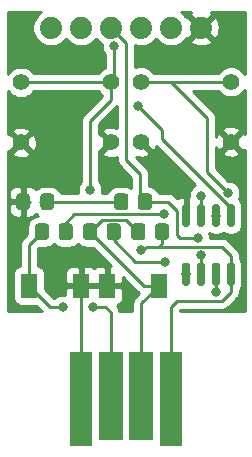
<source format=gbr>
%TF.GenerationSoftware,KiCad,Pcbnew,(5.1.9)-1*%
%TF.CreationDate,2021-04-24T16:12:05+02:00*%
%TF.ProjectId,PwdToken,50776454-6f6b-4656-9e2e-6b696361645f,rev?*%
%TF.SameCoordinates,Original*%
%TF.FileFunction,Copper,L1,Top*%
%TF.FilePolarity,Positive*%
%FSLAX46Y46*%
G04 Gerber Fmt 4.6, Leading zero omitted, Abs format (unit mm)*
G04 Created by KiCad (PCBNEW (5.1.9)-1) date 2021-04-24 16:12:05*
%MOMM*%
%LPD*%
G01*
G04 APERTURE LIST*
%TA.AperFunction,ComponentPad*%
%ADD10C,1.397000*%
%TD*%
%TA.AperFunction,SMDPad,CuDef*%
%ADD11R,1.400000X2.100000*%
%TD*%
%TA.AperFunction,ComponentPad*%
%ADD12C,1.879600*%
%TD*%
%TA.AperFunction,ConnectorPad*%
%ADD13R,2.000000X7.500000*%
%TD*%
%TA.AperFunction,ConnectorPad*%
%ADD14R,1.900000X8.000000*%
%TD*%
%TA.AperFunction,ViaPad*%
%ADD15C,0.800000*%
%TD*%
%TA.AperFunction,Conductor*%
%ADD16C,0.250000*%
%TD*%
%TA.AperFunction,Conductor*%
%ADD17C,0.254000*%
%TD*%
%TA.AperFunction,Conductor*%
%ADD18C,0.100000*%
%TD*%
G04 APERTURE END LIST*
D10*
%TO.P,SW1,2*%
%TO.N,GND*%
X83820000Y-50860001D03*
%TO.P,SW1,1*%
%TO.N,Net-(J2-Pad4)*%
X83820000Y-45780001D03*
%TO.P,SW1,2*%
%TO.N,GND*%
X91440000Y-50860001D03*
%TO.P,SW1,1*%
%TO.N,Net-(J2-Pad4)*%
X91440000Y-45780001D03*
%TD*%
D11*
%TO.P,D2,2*%
%TO.N,GND*%
X88900000Y-62992000D03*
%TO.P,D2,1*%
%TO.N,Net-(D2-Pad1)*%
X84500000Y-62992000D03*
%TD*%
%TO.P,U1,8*%
%TO.N,VCC*%
%TA.AperFunction,SMDPad,CuDef*%
G36*
G01*
X101450000Y-61030000D02*
X101750000Y-61030000D01*
G75*
G02*
X101900000Y-61180000I0J-150000D01*
G01*
X101900000Y-62830000D01*
G75*
G02*
X101750000Y-62980000I-150000J0D01*
G01*
X101450000Y-62980000D01*
G75*
G02*
X101300000Y-62830000I0J150000D01*
G01*
X101300000Y-61180000D01*
G75*
G02*
X101450000Y-61030000I150000J0D01*
G01*
G37*
%TD.AperFunction*%
%TO.P,U1,7*%
%TO.N,Net-(J2-Pad4)*%
%TA.AperFunction,SMDPad,CuDef*%
G36*
G01*
X100180000Y-61030000D02*
X100480000Y-61030000D01*
G75*
G02*
X100630000Y-61180000I0J-150000D01*
G01*
X100630000Y-62830000D01*
G75*
G02*
X100480000Y-62980000I-150000J0D01*
G01*
X100180000Y-62980000D01*
G75*
G02*
X100030000Y-62830000I0J150000D01*
G01*
X100030000Y-61180000D01*
G75*
G02*
X100180000Y-61030000I150000J0D01*
G01*
G37*
%TD.AperFunction*%
%TO.P,U1,6*%
%TO.N,Net-(J2-Pad3)*%
%TA.AperFunction,SMDPad,CuDef*%
G36*
G01*
X98910000Y-61030000D02*
X99210000Y-61030000D01*
G75*
G02*
X99360000Y-61180000I0J-150000D01*
G01*
X99360000Y-62830000D01*
G75*
G02*
X99210000Y-62980000I-150000J0D01*
G01*
X98910000Y-62980000D01*
G75*
G02*
X98760000Y-62830000I0J150000D01*
G01*
X98760000Y-61180000D01*
G75*
G02*
X98910000Y-61030000I150000J0D01*
G01*
G37*
%TD.AperFunction*%
%TO.P,U1,5*%
%TO.N,Net-(J2-Pad2)*%
%TA.AperFunction,SMDPad,CuDef*%
G36*
G01*
X97640000Y-61030000D02*
X97940000Y-61030000D01*
G75*
G02*
X98090000Y-61180000I0J-150000D01*
G01*
X98090000Y-62830000D01*
G75*
G02*
X97940000Y-62980000I-150000J0D01*
G01*
X97640000Y-62980000D01*
G75*
G02*
X97490000Y-62830000I0J150000D01*
G01*
X97490000Y-61180000D01*
G75*
G02*
X97640000Y-61030000I150000J0D01*
G01*
G37*
%TD.AperFunction*%
%TO.P,U1,4*%
%TO.N,GND*%
%TA.AperFunction,SMDPad,CuDef*%
G36*
G01*
X97640000Y-56080000D02*
X97940000Y-56080000D01*
G75*
G02*
X98090000Y-56230000I0J-150000D01*
G01*
X98090000Y-57880000D01*
G75*
G02*
X97940000Y-58030000I-150000J0D01*
G01*
X97640000Y-58030000D01*
G75*
G02*
X97490000Y-57880000I0J150000D01*
G01*
X97490000Y-56230000D01*
G75*
G02*
X97640000Y-56080000I150000J0D01*
G01*
G37*
%TD.AperFunction*%
%TO.P,U1,3*%
%TO.N,Net-(R3-Pad1)*%
%TA.AperFunction,SMDPad,CuDef*%
G36*
G01*
X98910000Y-56080000D02*
X99210000Y-56080000D01*
G75*
G02*
X99360000Y-56230000I0J-150000D01*
G01*
X99360000Y-57880000D01*
G75*
G02*
X99210000Y-58030000I-150000J0D01*
G01*
X98910000Y-58030000D01*
G75*
G02*
X98760000Y-57880000I0J150000D01*
G01*
X98760000Y-56230000D01*
G75*
G02*
X98910000Y-56080000I150000J0D01*
G01*
G37*
%TD.AperFunction*%
%TO.P,U1,2*%
%TO.N,Net-(R2-Pad1)*%
%TA.AperFunction,SMDPad,CuDef*%
G36*
G01*
X100180000Y-56080000D02*
X100480000Y-56080000D01*
G75*
G02*
X100630000Y-56230000I0J-150000D01*
G01*
X100630000Y-57880000D01*
G75*
G02*
X100480000Y-58030000I-150000J0D01*
G01*
X100180000Y-58030000D01*
G75*
G02*
X100030000Y-57880000I0J150000D01*
G01*
X100030000Y-56230000D01*
G75*
G02*
X100180000Y-56080000I150000J0D01*
G01*
G37*
%TD.AperFunction*%
%TO.P,U1,1*%
%TO.N,Net-(J2-Pad1)*%
%TA.AperFunction,SMDPad,CuDef*%
G36*
G01*
X101450000Y-56080000D02*
X101750000Y-56080000D01*
G75*
G02*
X101900000Y-56230000I0J-150000D01*
G01*
X101900000Y-57880000D01*
G75*
G02*
X101750000Y-58030000I-150000J0D01*
G01*
X101450000Y-58030000D01*
G75*
G02*
X101300000Y-57880000I0J150000D01*
G01*
X101300000Y-56230000D01*
G75*
G02*
X101450000Y-56080000I150000J0D01*
G01*
G37*
%TD.AperFunction*%
%TD*%
%TO.P,R3,2*%
%TO.N,Net-(D2-Pad1)*%
%TA.AperFunction,SMDPad,CuDef*%
G36*
G01*
X86198000Y-57969999D02*
X86198000Y-58870001D01*
G75*
G02*
X85948001Y-59120000I-249999J0D01*
G01*
X85247999Y-59120000D01*
G75*
G02*
X84998000Y-58870001I0J249999D01*
G01*
X84998000Y-57969999D01*
G75*
G02*
X85247999Y-57720000I249999J0D01*
G01*
X85948001Y-57720000D01*
G75*
G02*
X86198000Y-57969999I0J-249999D01*
G01*
G37*
%TD.AperFunction*%
%TO.P,R3,1*%
%TO.N,Net-(R3-Pad1)*%
%TA.AperFunction,SMDPad,CuDef*%
G36*
G01*
X88198000Y-57969999D02*
X88198000Y-58870001D01*
G75*
G02*
X87948001Y-59120000I-249999J0D01*
G01*
X87247999Y-59120000D01*
G75*
G02*
X86998000Y-58870001I0J249999D01*
G01*
X86998000Y-57969999D01*
G75*
G02*
X87247999Y-57720000I249999J0D01*
G01*
X87948001Y-57720000D01*
G75*
G02*
X88198000Y-57969999I0J-249999D01*
G01*
G37*
%TD.AperFunction*%
%TD*%
%TO.P,R4,2*%
%TO.N,Net-(D3-Pad1)*%
%TA.AperFunction,SMDPad,CuDef*%
G36*
G01*
X94358000Y-57969999D02*
X94358000Y-58870001D01*
G75*
G02*
X94108001Y-59120000I-249999J0D01*
G01*
X93407999Y-59120000D01*
G75*
G02*
X93158000Y-58870001I0J249999D01*
G01*
X93158000Y-57969999D01*
G75*
G02*
X93407999Y-57720000I249999J0D01*
G01*
X94108001Y-57720000D01*
G75*
G02*
X94358000Y-57969999I0J-249999D01*
G01*
G37*
%TD.AperFunction*%
%TO.P,R4,1*%
%TO.N,VCC*%
%TA.AperFunction,SMDPad,CuDef*%
G36*
G01*
X96358000Y-57969999D02*
X96358000Y-58870001D01*
G75*
G02*
X96108001Y-59120000I-249999J0D01*
G01*
X95407999Y-59120000D01*
G75*
G02*
X95158000Y-58870001I0J249999D01*
G01*
X95158000Y-57969999D01*
G75*
G02*
X95407999Y-57720000I249999J0D01*
G01*
X96108001Y-57720000D01*
G75*
G02*
X96358000Y-57969999I0J-249999D01*
G01*
G37*
%TD.AperFunction*%
%TD*%
%TO.P,R2,2*%
%TO.N,Net-(D3-Pad1)*%
%TA.AperFunction,SMDPad,CuDef*%
G36*
G01*
X90262000Y-57969999D02*
X90262000Y-58870001D01*
G75*
G02*
X90012001Y-59120000I-249999J0D01*
G01*
X89311999Y-59120000D01*
G75*
G02*
X89062000Y-58870001I0J249999D01*
G01*
X89062000Y-57969999D01*
G75*
G02*
X89311999Y-57720000I249999J0D01*
G01*
X90012001Y-57720000D01*
G75*
G02*
X90262000Y-57969999I0J-249999D01*
G01*
G37*
%TD.AperFunction*%
%TO.P,R2,1*%
%TO.N,Net-(R2-Pad1)*%
%TA.AperFunction,SMDPad,CuDef*%
G36*
G01*
X92262000Y-57969999D02*
X92262000Y-58870001D01*
G75*
G02*
X92012001Y-59120000I-249999J0D01*
G01*
X91311999Y-59120000D01*
G75*
G02*
X91062000Y-58870001I0J249999D01*
G01*
X91062000Y-57969999D01*
G75*
G02*
X91311999Y-57720000I249999J0D01*
G01*
X92012001Y-57720000D01*
G75*
G02*
X92262000Y-57969999I0J-249999D01*
G01*
G37*
%TD.AperFunction*%
%TD*%
%TO.P,R1,2*%
%TO.N,Net-(J2-Pad3)*%
%TA.AperFunction,SMDPad,CuDef*%
G36*
G01*
X93707500Y-56330001D02*
X93707500Y-55429999D01*
G75*
G02*
X93957499Y-55180000I249999J0D01*
G01*
X94657501Y-55180000D01*
G75*
G02*
X94907500Y-55429999I0J-249999D01*
G01*
X94907500Y-56330001D01*
G75*
G02*
X94657501Y-56580000I-249999J0D01*
G01*
X93957499Y-56580000D01*
G75*
G02*
X93707500Y-56330001I0J249999D01*
G01*
G37*
%TD.AperFunction*%
%TO.P,R1,1*%
%TO.N,Net-(D1-Pad2)*%
%TA.AperFunction,SMDPad,CuDef*%
G36*
G01*
X91707500Y-56330001D02*
X91707500Y-55429999D01*
G75*
G02*
X91957499Y-55180000I249999J0D01*
G01*
X92657501Y-55180000D01*
G75*
G02*
X92907500Y-55429999I0J-249999D01*
G01*
X92907500Y-56330001D01*
G75*
G02*
X92657501Y-56580000I-249999J0D01*
G01*
X91957499Y-56580000D01*
G75*
G02*
X91707500Y-56330001I0J249999D01*
G01*
G37*
%TD.AperFunction*%
%TD*%
%TO.P,D3,2*%
%TO.N,GND*%
X91104000Y-62992000D03*
%TO.P,D3,1*%
%TO.N,Net-(D3-Pad1)*%
X95504000Y-62992000D03*
%TD*%
%TO.P,D1,2*%
%TO.N,Net-(D1-Pad2)*%
%TA.AperFunction,SMDPad,CuDef*%
G36*
G01*
X85464500Y-56330001D02*
X85464500Y-55429999D01*
G75*
G02*
X85714499Y-55180000I249999J0D01*
G01*
X86364501Y-55180000D01*
G75*
G02*
X86614500Y-55429999I0J-249999D01*
G01*
X86614500Y-56330001D01*
G75*
G02*
X86364501Y-56580000I-249999J0D01*
G01*
X85714499Y-56580000D01*
G75*
G02*
X85464500Y-56330001I0J249999D01*
G01*
G37*
%TD.AperFunction*%
%TO.P,D1,1*%
%TO.N,GND*%
%TA.AperFunction,SMDPad,CuDef*%
G36*
G01*
X83414500Y-56330001D02*
X83414500Y-55429999D01*
G75*
G02*
X83664499Y-55180000I249999J0D01*
G01*
X84314501Y-55180000D01*
G75*
G02*
X84564500Y-55429999I0J-249999D01*
G01*
X84564500Y-56330001D01*
G75*
G02*
X84314501Y-56580000I-249999J0D01*
G01*
X83664499Y-56580000D01*
G75*
G02*
X83414500Y-56330001I0J249999D01*
G01*
G37*
%TD.AperFunction*%
%TD*%
D12*
%TO.P,J2,6*%
%TO.N,GND*%
X99060000Y-41148000D03*
%TO.P,J2,5*%
%TO.N,VCC*%
X96520000Y-41148000D03*
%TO.P,J2,4*%
%TO.N,Net-(J2-Pad4)*%
X93980000Y-41148000D03*
%TO.P,J2,3*%
%TO.N,Net-(J2-Pad3)*%
X91440000Y-41148000D03*
%TO.P,J2,2*%
%TO.N,Net-(J2-Pad2)*%
X88900000Y-41148000D03*
%TO.P,J2,1*%
%TO.N,Net-(J2-Pad1)*%
X86360000Y-41148000D03*
%TD*%
D10*
%TO.P,SW2,2*%
%TO.N,GND*%
X93980000Y-50800000D03*
%TO.P,SW2,1*%
%TO.N,Net-(J2-Pad2)*%
X93980000Y-45720000D03*
%TO.P,SW2,2*%
%TO.N,GND*%
X101600000Y-50800000D03*
%TO.P,SW2,1*%
%TO.N,Net-(J2-Pad2)*%
X101600000Y-45720000D03*
%TD*%
D13*
%TO.P,J1,2*%
%TO.N,Net-(D3-Pad1)*%
X94010000Y-72320000D03*
%TO.P,J1,3*%
%TO.N,Net-(D2-Pad1)*%
X91410000Y-72320000D03*
D14*
%TO.P,J1,4*%
%TO.N,GND*%
X88900000Y-72570000D03*
%TO.P,J1,1*%
%TO.N,VCC*%
X96520000Y-72570000D03*
%TD*%
D15*
%TO.N,GND*%
X84328000Y-53604010D03*
X86614000Y-60706000D03*
X88646000Y-46990000D03*
X87884000Y-44196000D03*
%TO.N,Net-(D2-Pad1)*%
X89916000Y-64770000D03*
X87376000Y-64770000D03*
%TO.N,VCC*%
X93980000Y-59944000D03*
%TO.N,Net-(R2-Pad1)*%
X96012000Y-60960000D03*
X100330000Y-57055000D03*
%TO.N,Net-(R3-Pad1)*%
X95963020Y-56944980D03*
X99060000Y-55372000D03*
%TO.N,Net-(J2-Pad4)*%
X91694000Y-42709000D03*
X89662000Y-54864000D03*
X100325347Y-63537000D03*
%TO.N,Net-(J2-Pad3)*%
X98806000Y-58965000D03*
X99060000Y-60415000D03*
%TO.N,Net-(J2-Pad2)*%
X101346000Y-55118000D03*
X97790000Y-62005000D03*
%TO.N,Net-(J2-Pad1)*%
X93726000Y-47752000D03*
%TD*%
D16*
%TO.N,GND*%
X84607000Y-55880000D02*
X84582000Y-55880000D01*
X84607000Y-55880000D02*
X84053980Y-55880000D01*
X84053980Y-55880000D02*
X83809990Y-55636010D01*
X88900000Y-72570000D02*
X88900000Y-62992000D01*
%TO.N,Net-(D1-Pad2)*%
X85422000Y-55880000D02*
X92710000Y-55880000D01*
%TO.N,Net-(D2-Pad1)*%
X91410000Y-65756000D02*
X91410000Y-72320000D01*
X91410000Y-65756000D02*
X91410000Y-65248000D01*
X91410000Y-65248000D02*
X90932000Y-64770000D01*
X90932000Y-64770000D02*
X89916000Y-64770000D01*
X86278000Y-64770000D02*
X84500000Y-62992000D01*
X87376000Y-64770000D02*
X86278000Y-64770000D01*
X84500000Y-59518000D02*
X85598000Y-58420000D01*
X84500000Y-62992000D02*
X84500000Y-59518000D01*
%TO.N,Net-(D3-Pad1)*%
X94234000Y-62992000D02*
X95504000Y-62992000D01*
X89662000Y-58420000D02*
X94234000Y-62992000D01*
X94010000Y-64486000D02*
X95504000Y-62992000D01*
X94010000Y-72320000D02*
X94010000Y-64486000D01*
X90687010Y-57394990D02*
X89662000Y-58420000D01*
X92732990Y-57394990D02*
X90687010Y-57394990D01*
X93758000Y-58420000D02*
X92732990Y-57394990D01*
%TO.N,VCC*%
X94488000Y-59690000D02*
X93980000Y-59944000D01*
X101600000Y-60452000D02*
X100838000Y-59690000D01*
X101600000Y-62005000D02*
X101600000Y-60452000D01*
X95758000Y-59436000D02*
X95504000Y-59690000D01*
X95758000Y-58420000D02*
X95758000Y-59436000D01*
X95504000Y-59690000D02*
X94488000Y-59690000D01*
X100838000Y-59690000D02*
X95504000Y-59690000D01*
X101600000Y-62005000D02*
X101600000Y-63500000D01*
X101600000Y-63500000D02*
X100838000Y-64262000D01*
X100838000Y-64262000D02*
X97028000Y-64262000D01*
X97028000Y-64262000D02*
X96520000Y-64770000D01*
X96520000Y-64770000D02*
X96520000Y-67564000D01*
X96520000Y-67564000D02*
X96520000Y-72570000D01*
X96520000Y-67310000D02*
X96520000Y-67564000D01*
%TO.N,Net-(R2-Pad1)*%
X91662000Y-59120000D02*
X93502000Y-60960000D01*
X91662000Y-58420000D02*
X91662000Y-59120000D01*
X93502000Y-60960000D02*
X96012000Y-60960000D01*
%TO.N,Net-(R3-Pad1)*%
X87598000Y-58420000D02*
X87598000Y-57690000D01*
X88343020Y-56944980D02*
X95963020Y-56944980D01*
X87598000Y-57690000D02*
X88343020Y-56944980D01*
X99060000Y-55372000D02*
X99060000Y-57055000D01*
%TO.N,Net-(J2-Pad4)*%
X83820000Y-45780001D02*
X91440000Y-45780001D01*
%TO.N,Net-(J2-Pad2)*%
X93980000Y-45720000D02*
X101600000Y-45720000D01*
%TO.N,Net-(J2-Pad4)*%
X91694000Y-45526001D02*
X91440000Y-45780001D01*
X91694000Y-42709000D02*
X91694000Y-45526001D01*
X91440000Y-45780001D02*
X91440000Y-47244000D01*
X91440000Y-47244000D02*
X89662000Y-49022000D01*
X89662000Y-49022000D02*
X89662000Y-54864000D01*
X100325347Y-62009653D02*
X100330000Y-62005000D01*
X100325347Y-63537000D02*
X100325347Y-62009653D01*
%TO.N,Net-(J2-Pad3)*%
X93905000Y-55880000D02*
X94488000Y-55880000D01*
X92710000Y-42418000D02*
X91440000Y-41148000D01*
X92710000Y-52324000D02*
X92710000Y-42418000D01*
X93905000Y-53519000D02*
X92710000Y-52324000D01*
X93905000Y-55880000D02*
X93905000Y-53519000D01*
X94307500Y-55880000D02*
X96266000Y-55880000D01*
X96266000Y-55880000D02*
X96774000Y-56388000D01*
X96774000Y-56388000D02*
X97028000Y-56642000D01*
X97028000Y-56642000D02*
X97028000Y-58674000D01*
X97319000Y-58965000D02*
X98806000Y-58965000D01*
X97028000Y-58674000D02*
X97319000Y-58965000D01*
X99060000Y-60415000D02*
X99060000Y-62005000D01*
%TO.N,Net-(J2-Pad2)*%
X93980000Y-45720000D02*
X96520000Y-45720000D01*
X96520000Y-45720000D02*
X99568000Y-48768000D01*
X99568000Y-48768000D02*
X99568000Y-53340000D01*
X99568000Y-53340000D02*
X101346000Y-55118000D01*
%TO.N,Net-(J2-Pad1)*%
X101600000Y-56445002D02*
X95758000Y-50603002D01*
X101600000Y-57055000D02*
X101600000Y-56445002D01*
X95758000Y-50603002D02*
X95758000Y-49784000D01*
X95758000Y-49784000D02*
X93726000Y-47752000D01*
%TD*%
D17*
%TO.N,GND*%
X82784203Y-46630058D02*
X82969943Y-46815798D01*
X83188351Y-46961733D01*
X83431032Y-47062255D01*
X83688662Y-47113501D01*
X83951338Y-47113501D01*
X84208968Y-47062255D01*
X84451649Y-46961733D01*
X84670057Y-46815798D01*
X84855797Y-46630058D01*
X84915971Y-46540001D01*
X90344029Y-46540001D01*
X90404203Y-46630058D01*
X90589943Y-46815798D01*
X90680001Y-46875972D01*
X90680001Y-46929197D01*
X89151003Y-48458196D01*
X89121999Y-48481999D01*
X89066871Y-48549174D01*
X89027026Y-48597724D01*
X88956455Y-48729753D01*
X88956454Y-48729754D01*
X88912997Y-48873015D01*
X88902000Y-48984668D01*
X88902000Y-48984678D01*
X88898324Y-49022000D01*
X88902000Y-49059323D01*
X88902001Y-54160288D01*
X88858063Y-54204226D01*
X88744795Y-54373744D01*
X88666774Y-54562102D01*
X88627000Y-54762061D01*
X88627000Y-54965939D01*
X88657644Y-55120000D01*
X87194027Y-55120000D01*
X87184972Y-55090149D01*
X87102905Y-54936613D01*
X86992462Y-54802038D01*
X86857887Y-54691595D01*
X86704351Y-54609528D01*
X86537755Y-54558992D01*
X86364501Y-54541928D01*
X85714499Y-54541928D01*
X85541245Y-54558992D01*
X85374649Y-54609528D01*
X85221113Y-54691595D01*
X85086538Y-54802038D01*
X85081158Y-54808594D01*
X85015685Y-54728815D01*
X84918994Y-54649463D01*
X84808680Y-54590498D01*
X84688982Y-54554188D01*
X84564500Y-54541928D01*
X84275250Y-54545000D01*
X84116500Y-54703750D01*
X84116500Y-55753000D01*
X84136500Y-55753000D01*
X84136500Y-56007000D01*
X84116500Y-56007000D01*
X84116500Y-57056250D01*
X84275250Y-57215000D01*
X84564500Y-57218072D01*
X84688982Y-57205812D01*
X84808680Y-57169502D01*
X84918994Y-57110537D01*
X85015685Y-57031185D01*
X85081158Y-56951406D01*
X85086538Y-56957962D01*
X85221113Y-57068405D01*
X85246659Y-57082060D01*
X85074745Y-57098992D01*
X84908149Y-57149528D01*
X84754613Y-57231595D01*
X84620038Y-57342038D01*
X84509595Y-57476613D01*
X84427528Y-57630149D01*
X84376992Y-57796745D01*
X84359928Y-57969999D01*
X84359928Y-58583270D01*
X83988998Y-58954201D01*
X83960000Y-58977999D01*
X83936202Y-59006997D01*
X83936201Y-59006998D01*
X83865026Y-59093724D01*
X83794454Y-59225754D01*
X83769211Y-59308974D01*
X83750998Y-59369014D01*
X83744400Y-59436001D01*
X83736324Y-59518000D01*
X83740001Y-59555332D01*
X83740000Y-61309837D01*
X83675518Y-61316188D01*
X83555820Y-61352498D01*
X83445506Y-61411463D01*
X83348815Y-61490815D01*
X83269463Y-61587506D01*
X83210498Y-61697820D01*
X83174188Y-61817518D01*
X83161928Y-61942000D01*
X83161928Y-64042000D01*
X83174188Y-64166482D01*
X83210498Y-64286180D01*
X83269463Y-64396494D01*
X83348815Y-64493185D01*
X83445506Y-64572537D01*
X83555820Y-64631502D01*
X83675518Y-64667812D01*
X83800000Y-64680072D01*
X85113270Y-64680072D01*
X85584198Y-65151000D01*
X82677000Y-65151000D01*
X82677000Y-56580000D01*
X82776428Y-56580000D01*
X82788688Y-56704482D01*
X82824998Y-56824180D01*
X82883963Y-56934494D01*
X82963315Y-57031185D01*
X83060006Y-57110537D01*
X83170320Y-57169502D01*
X83290018Y-57205812D01*
X83414500Y-57218072D01*
X83703750Y-57215000D01*
X83862500Y-57056250D01*
X83862500Y-56007000D01*
X82938250Y-56007000D01*
X82779500Y-56165750D01*
X82776428Y-56580000D01*
X82677000Y-56580000D01*
X82677000Y-55180000D01*
X82776428Y-55180000D01*
X82779500Y-55594250D01*
X82938250Y-55753000D01*
X83862500Y-55753000D01*
X83862500Y-54703750D01*
X83703750Y-54545000D01*
X83414500Y-54541928D01*
X83290018Y-54554188D01*
X83170320Y-54590498D01*
X83060006Y-54649463D01*
X82963315Y-54728815D01*
X82883963Y-54825506D01*
X82824998Y-54935820D01*
X82788688Y-55055518D01*
X82776428Y-55180000D01*
X82677000Y-55180000D01*
X82677000Y-51780198D01*
X83079408Y-51780198D01*
X83138686Y-52013813D01*
X83376875Y-52124560D01*
X83632093Y-52186712D01*
X83894533Y-52197877D01*
X84154107Y-52157630D01*
X84400842Y-52067515D01*
X84501314Y-52013813D01*
X84560592Y-51780198D01*
X83820000Y-51039606D01*
X83079408Y-51780198D01*
X82677000Y-51780198D01*
X82677000Y-51544058D01*
X82899803Y-51600593D01*
X83640395Y-50860001D01*
X83999605Y-50860001D01*
X84740197Y-51600593D01*
X84973812Y-51541315D01*
X85084559Y-51303126D01*
X85146711Y-51047908D01*
X85157876Y-50785468D01*
X85117629Y-50525894D01*
X85027514Y-50279159D01*
X84973812Y-50178687D01*
X84740197Y-50119409D01*
X83999605Y-50860001D01*
X83640395Y-50860001D01*
X82899803Y-50119409D01*
X82677000Y-50175944D01*
X82677000Y-49939804D01*
X83079408Y-49939804D01*
X83820000Y-50680396D01*
X84560592Y-49939804D01*
X84501314Y-49706189D01*
X84263125Y-49595442D01*
X84007907Y-49533290D01*
X83745467Y-49522125D01*
X83485893Y-49562372D01*
X83239158Y-49652487D01*
X83138686Y-49706189D01*
X83079408Y-49939804D01*
X82677000Y-49939804D01*
X82677000Y-46469617D01*
X82784203Y-46630058D01*
%TA.AperFunction,Conductor*%
D18*
G36*
X82784203Y-46630058D02*
G01*
X82969943Y-46815798D01*
X83188351Y-46961733D01*
X83431032Y-47062255D01*
X83688662Y-47113501D01*
X83951338Y-47113501D01*
X84208968Y-47062255D01*
X84451649Y-46961733D01*
X84670057Y-46815798D01*
X84855797Y-46630058D01*
X84915971Y-46540001D01*
X90344029Y-46540001D01*
X90404203Y-46630058D01*
X90589943Y-46815798D01*
X90680001Y-46875972D01*
X90680001Y-46929197D01*
X89151003Y-48458196D01*
X89121999Y-48481999D01*
X89066871Y-48549174D01*
X89027026Y-48597724D01*
X88956455Y-48729753D01*
X88956454Y-48729754D01*
X88912997Y-48873015D01*
X88902000Y-48984668D01*
X88902000Y-48984678D01*
X88898324Y-49022000D01*
X88902000Y-49059323D01*
X88902001Y-54160288D01*
X88858063Y-54204226D01*
X88744795Y-54373744D01*
X88666774Y-54562102D01*
X88627000Y-54762061D01*
X88627000Y-54965939D01*
X88657644Y-55120000D01*
X87194027Y-55120000D01*
X87184972Y-55090149D01*
X87102905Y-54936613D01*
X86992462Y-54802038D01*
X86857887Y-54691595D01*
X86704351Y-54609528D01*
X86537755Y-54558992D01*
X86364501Y-54541928D01*
X85714499Y-54541928D01*
X85541245Y-54558992D01*
X85374649Y-54609528D01*
X85221113Y-54691595D01*
X85086538Y-54802038D01*
X85081158Y-54808594D01*
X85015685Y-54728815D01*
X84918994Y-54649463D01*
X84808680Y-54590498D01*
X84688982Y-54554188D01*
X84564500Y-54541928D01*
X84275250Y-54545000D01*
X84116500Y-54703750D01*
X84116500Y-55753000D01*
X84136500Y-55753000D01*
X84136500Y-56007000D01*
X84116500Y-56007000D01*
X84116500Y-57056250D01*
X84275250Y-57215000D01*
X84564500Y-57218072D01*
X84688982Y-57205812D01*
X84808680Y-57169502D01*
X84918994Y-57110537D01*
X85015685Y-57031185D01*
X85081158Y-56951406D01*
X85086538Y-56957962D01*
X85221113Y-57068405D01*
X85246659Y-57082060D01*
X85074745Y-57098992D01*
X84908149Y-57149528D01*
X84754613Y-57231595D01*
X84620038Y-57342038D01*
X84509595Y-57476613D01*
X84427528Y-57630149D01*
X84376992Y-57796745D01*
X84359928Y-57969999D01*
X84359928Y-58583270D01*
X83988998Y-58954201D01*
X83960000Y-58977999D01*
X83936202Y-59006997D01*
X83936201Y-59006998D01*
X83865026Y-59093724D01*
X83794454Y-59225754D01*
X83769211Y-59308974D01*
X83750998Y-59369014D01*
X83744400Y-59436001D01*
X83736324Y-59518000D01*
X83740001Y-59555332D01*
X83740000Y-61309837D01*
X83675518Y-61316188D01*
X83555820Y-61352498D01*
X83445506Y-61411463D01*
X83348815Y-61490815D01*
X83269463Y-61587506D01*
X83210498Y-61697820D01*
X83174188Y-61817518D01*
X83161928Y-61942000D01*
X83161928Y-64042000D01*
X83174188Y-64166482D01*
X83210498Y-64286180D01*
X83269463Y-64396494D01*
X83348815Y-64493185D01*
X83445506Y-64572537D01*
X83555820Y-64631502D01*
X83675518Y-64667812D01*
X83800000Y-64680072D01*
X85113270Y-64680072D01*
X85584198Y-65151000D01*
X82677000Y-65151000D01*
X82677000Y-56580000D01*
X82776428Y-56580000D01*
X82788688Y-56704482D01*
X82824998Y-56824180D01*
X82883963Y-56934494D01*
X82963315Y-57031185D01*
X83060006Y-57110537D01*
X83170320Y-57169502D01*
X83290018Y-57205812D01*
X83414500Y-57218072D01*
X83703750Y-57215000D01*
X83862500Y-57056250D01*
X83862500Y-56007000D01*
X82938250Y-56007000D01*
X82779500Y-56165750D01*
X82776428Y-56580000D01*
X82677000Y-56580000D01*
X82677000Y-55180000D01*
X82776428Y-55180000D01*
X82779500Y-55594250D01*
X82938250Y-55753000D01*
X83862500Y-55753000D01*
X83862500Y-54703750D01*
X83703750Y-54545000D01*
X83414500Y-54541928D01*
X83290018Y-54554188D01*
X83170320Y-54590498D01*
X83060006Y-54649463D01*
X82963315Y-54728815D01*
X82883963Y-54825506D01*
X82824998Y-54935820D01*
X82788688Y-55055518D01*
X82776428Y-55180000D01*
X82677000Y-55180000D01*
X82677000Y-51780198D01*
X83079408Y-51780198D01*
X83138686Y-52013813D01*
X83376875Y-52124560D01*
X83632093Y-52186712D01*
X83894533Y-52197877D01*
X84154107Y-52157630D01*
X84400842Y-52067515D01*
X84501314Y-52013813D01*
X84560592Y-51780198D01*
X83820000Y-51039606D01*
X83079408Y-51780198D01*
X82677000Y-51780198D01*
X82677000Y-51544058D01*
X82899803Y-51600593D01*
X83640395Y-50860001D01*
X83999605Y-50860001D01*
X84740197Y-51600593D01*
X84973812Y-51541315D01*
X85084559Y-51303126D01*
X85146711Y-51047908D01*
X85157876Y-50785468D01*
X85117629Y-50525894D01*
X85027514Y-50279159D01*
X84973812Y-50178687D01*
X84740197Y-50119409D01*
X83999605Y-50860001D01*
X83640395Y-50860001D01*
X82899803Y-50119409D01*
X82677000Y-50175944D01*
X82677000Y-49939804D01*
X83079408Y-49939804D01*
X83820000Y-50680396D01*
X84560592Y-49939804D01*
X84501314Y-49706189D01*
X84263125Y-49595442D01*
X84007907Y-49533290D01*
X83745467Y-49522125D01*
X83485893Y-49562372D01*
X83239158Y-49652487D01*
X83138686Y-49706189D01*
X83079408Y-49939804D01*
X82677000Y-49939804D01*
X82677000Y-46469617D01*
X82784203Y-46630058D01*
G37*
%TD.AperFunction*%
D17*
X102743000Y-50115943D02*
X102520197Y-50059408D01*
X101779605Y-50800000D01*
X102520197Y-51540592D01*
X102743000Y-51484057D01*
X102743000Y-65151000D01*
X97280000Y-65151000D01*
X97280000Y-65084801D01*
X97342802Y-65022000D01*
X100800678Y-65022000D01*
X100838000Y-65025676D01*
X100875322Y-65022000D01*
X100875333Y-65022000D01*
X100986986Y-65011003D01*
X101130247Y-64967546D01*
X101262276Y-64896974D01*
X101378001Y-64802001D01*
X101401803Y-64772998D01*
X102111002Y-64063799D01*
X102140001Y-64040001D01*
X102234974Y-63924276D01*
X102305546Y-63792247D01*
X102349003Y-63648986D01*
X102360000Y-63537333D01*
X102360000Y-63537325D01*
X102363676Y-63500000D01*
X102360000Y-63462675D01*
X102360000Y-63322976D01*
X102405258Y-63267829D01*
X102478084Y-63131582D01*
X102522929Y-62983745D01*
X102538072Y-62830000D01*
X102538072Y-61180000D01*
X102522929Y-61026255D01*
X102478084Y-60878418D01*
X102405258Y-60742171D01*
X102360000Y-60687024D01*
X102360000Y-60489325D01*
X102363676Y-60452000D01*
X102360000Y-60414675D01*
X102360000Y-60414667D01*
X102349003Y-60303014D01*
X102305546Y-60159753D01*
X102234974Y-60027724D01*
X102140001Y-59911999D01*
X102111002Y-59888201D01*
X101401803Y-59179002D01*
X101378001Y-59149999D01*
X101262276Y-59055026D01*
X101130247Y-58984454D01*
X100986986Y-58940997D01*
X100875333Y-58930000D01*
X100875322Y-58930000D01*
X100838000Y-58926324D01*
X100800678Y-58930000D01*
X99841000Y-58930000D01*
X99841000Y-58863061D01*
X99801226Y-58663102D01*
X99750005Y-58539446D01*
X99878418Y-58608084D01*
X100026255Y-58652929D01*
X100180000Y-58668072D01*
X100480000Y-58668072D01*
X100633745Y-58652929D01*
X100781582Y-58608084D01*
X100917829Y-58535258D01*
X100965000Y-58496546D01*
X101012171Y-58535258D01*
X101148418Y-58608084D01*
X101296255Y-58652929D01*
X101450000Y-58668072D01*
X101750000Y-58668072D01*
X101903745Y-58652929D01*
X102051582Y-58608084D01*
X102187829Y-58535258D01*
X102307251Y-58437251D01*
X102405258Y-58317829D01*
X102478084Y-58181582D01*
X102522929Y-58033745D01*
X102538072Y-57880000D01*
X102538072Y-56230000D01*
X102522929Y-56076255D01*
X102478084Y-55928418D01*
X102405258Y-55792171D01*
X102307251Y-55672749D01*
X102250973Y-55626563D01*
X102263205Y-55608256D01*
X102341226Y-55419898D01*
X102381000Y-55219939D01*
X102381000Y-55016061D01*
X102341226Y-54816102D01*
X102263205Y-54627744D01*
X102149937Y-54458226D01*
X102005774Y-54314063D01*
X101836256Y-54200795D01*
X101647898Y-54122774D01*
X101447939Y-54083000D01*
X101385802Y-54083000D01*
X100328000Y-53025199D01*
X100328000Y-51720197D01*
X100859408Y-51720197D01*
X100918686Y-51953812D01*
X101156875Y-52064559D01*
X101412093Y-52126711D01*
X101674533Y-52137876D01*
X101934107Y-52097629D01*
X102180842Y-52007514D01*
X102281314Y-51953812D01*
X102340592Y-51720197D01*
X101600000Y-50979605D01*
X100859408Y-51720197D01*
X100328000Y-51720197D01*
X100328000Y-51204279D01*
X100392486Y-51380842D01*
X100446188Y-51481314D01*
X100679803Y-51540592D01*
X101420395Y-50800000D01*
X100679803Y-50059408D01*
X100446188Y-50118686D01*
X100335441Y-50356875D01*
X100328000Y-50387430D01*
X100328000Y-49879803D01*
X100859408Y-49879803D01*
X101600000Y-50620395D01*
X102340592Y-49879803D01*
X102281314Y-49646188D01*
X102043125Y-49535441D01*
X101787907Y-49473289D01*
X101525467Y-49462124D01*
X101265893Y-49502371D01*
X101019158Y-49592486D01*
X100918686Y-49646188D01*
X100859408Y-49879803D01*
X100328000Y-49879803D01*
X100328000Y-48805323D01*
X100331676Y-48768000D01*
X100328000Y-48730677D01*
X100328000Y-48730667D01*
X100317003Y-48619014D01*
X100273546Y-48475753D01*
X100202975Y-48343725D01*
X100202974Y-48343723D01*
X100131799Y-48256997D01*
X100108001Y-48227999D01*
X100079004Y-48204202D01*
X98354801Y-46480000D01*
X100504029Y-46480000D01*
X100564203Y-46570057D01*
X100749943Y-46755797D01*
X100968351Y-46901732D01*
X101211032Y-47002254D01*
X101468662Y-47053500D01*
X101731338Y-47053500D01*
X101988968Y-47002254D01*
X102231649Y-46901732D01*
X102450057Y-46755797D01*
X102635797Y-46570057D01*
X102743000Y-46409616D01*
X102743000Y-50115943D01*
%TA.AperFunction,Conductor*%
D18*
G36*
X102743000Y-50115943D02*
G01*
X102520197Y-50059408D01*
X101779605Y-50800000D01*
X102520197Y-51540592D01*
X102743000Y-51484057D01*
X102743000Y-65151000D01*
X97280000Y-65151000D01*
X97280000Y-65084801D01*
X97342802Y-65022000D01*
X100800678Y-65022000D01*
X100838000Y-65025676D01*
X100875322Y-65022000D01*
X100875333Y-65022000D01*
X100986986Y-65011003D01*
X101130247Y-64967546D01*
X101262276Y-64896974D01*
X101378001Y-64802001D01*
X101401803Y-64772998D01*
X102111002Y-64063799D01*
X102140001Y-64040001D01*
X102234974Y-63924276D01*
X102305546Y-63792247D01*
X102349003Y-63648986D01*
X102360000Y-63537333D01*
X102360000Y-63537325D01*
X102363676Y-63500000D01*
X102360000Y-63462675D01*
X102360000Y-63322976D01*
X102405258Y-63267829D01*
X102478084Y-63131582D01*
X102522929Y-62983745D01*
X102538072Y-62830000D01*
X102538072Y-61180000D01*
X102522929Y-61026255D01*
X102478084Y-60878418D01*
X102405258Y-60742171D01*
X102360000Y-60687024D01*
X102360000Y-60489325D01*
X102363676Y-60452000D01*
X102360000Y-60414675D01*
X102360000Y-60414667D01*
X102349003Y-60303014D01*
X102305546Y-60159753D01*
X102234974Y-60027724D01*
X102140001Y-59911999D01*
X102111002Y-59888201D01*
X101401803Y-59179002D01*
X101378001Y-59149999D01*
X101262276Y-59055026D01*
X101130247Y-58984454D01*
X100986986Y-58940997D01*
X100875333Y-58930000D01*
X100875322Y-58930000D01*
X100838000Y-58926324D01*
X100800678Y-58930000D01*
X99841000Y-58930000D01*
X99841000Y-58863061D01*
X99801226Y-58663102D01*
X99750005Y-58539446D01*
X99878418Y-58608084D01*
X100026255Y-58652929D01*
X100180000Y-58668072D01*
X100480000Y-58668072D01*
X100633745Y-58652929D01*
X100781582Y-58608084D01*
X100917829Y-58535258D01*
X100965000Y-58496546D01*
X101012171Y-58535258D01*
X101148418Y-58608084D01*
X101296255Y-58652929D01*
X101450000Y-58668072D01*
X101750000Y-58668072D01*
X101903745Y-58652929D01*
X102051582Y-58608084D01*
X102187829Y-58535258D01*
X102307251Y-58437251D01*
X102405258Y-58317829D01*
X102478084Y-58181582D01*
X102522929Y-58033745D01*
X102538072Y-57880000D01*
X102538072Y-56230000D01*
X102522929Y-56076255D01*
X102478084Y-55928418D01*
X102405258Y-55792171D01*
X102307251Y-55672749D01*
X102250973Y-55626563D01*
X102263205Y-55608256D01*
X102341226Y-55419898D01*
X102381000Y-55219939D01*
X102381000Y-55016061D01*
X102341226Y-54816102D01*
X102263205Y-54627744D01*
X102149937Y-54458226D01*
X102005774Y-54314063D01*
X101836256Y-54200795D01*
X101647898Y-54122774D01*
X101447939Y-54083000D01*
X101385802Y-54083000D01*
X100328000Y-53025199D01*
X100328000Y-51720197D01*
X100859408Y-51720197D01*
X100918686Y-51953812D01*
X101156875Y-52064559D01*
X101412093Y-52126711D01*
X101674533Y-52137876D01*
X101934107Y-52097629D01*
X102180842Y-52007514D01*
X102281314Y-51953812D01*
X102340592Y-51720197D01*
X101600000Y-50979605D01*
X100859408Y-51720197D01*
X100328000Y-51720197D01*
X100328000Y-51204279D01*
X100392486Y-51380842D01*
X100446188Y-51481314D01*
X100679803Y-51540592D01*
X101420395Y-50800000D01*
X100679803Y-50059408D01*
X100446188Y-50118686D01*
X100335441Y-50356875D01*
X100328000Y-50387430D01*
X100328000Y-49879803D01*
X100859408Y-49879803D01*
X101600000Y-50620395D01*
X102340592Y-49879803D01*
X102281314Y-49646188D01*
X102043125Y-49535441D01*
X101787907Y-49473289D01*
X101525467Y-49462124D01*
X101265893Y-49502371D01*
X101019158Y-49592486D01*
X100918686Y-49646188D01*
X100859408Y-49879803D01*
X100328000Y-49879803D01*
X100328000Y-48805323D01*
X100331676Y-48768000D01*
X100328000Y-48730677D01*
X100328000Y-48730667D01*
X100317003Y-48619014D01*
X100273546Y-48475753D01*
X100202975Y-48343725D01*
X100202974Y-48343723D01*
X100131799Y-48256997D01*
X100108001Y-48227999D01*
X100079004Y-48204202D01*
X98354801Y-46480000D01*
X100504029Y-46480000D01*
X100564203Y-46570057D01*
X100749943Y-46755797D01*
X100968351Y-46901732D01*
X101211032Y-47002254D01*
X101468662Y-47053500D01*
X101731338Y-47053500D01*
X101988968Y-47002254D01*
X102231649Y-46901732D01*
X102450057Y-46755797D01*
X102635797Y-46570057D01*
X102743000Y-46409616D01*
X102743000Y-50115943D01*
G37*
%TD.AperFunction*%
D17*
X88684038Y-59497962D02*
X88818613Y-59608405D01*
X88972149Y-59690472D01*
X89138745Y-59741008D01*
X89311999Y-59758072D01*
X89925271Y-59758072D01*
X91473576Y-61306378D01*
X91389750Y-61307000D01*
X91231000Y-61465750D01*
X91231000Y-62865000D01*
X92280250Y-62865000D01*
X92439000Y-62706250D01*
X92440739Y-62273542D01*
X93670205Y-63503008D01*
X93693999Y-63532001D01*
X93722992Y-63555795D01*
X93722996Y-63555799D01*
X93780425Y-63602929D01*
X93801211Y-63619988D01*
X93498998Y-63922201D01*
X93470000Y-63945999D01*
X93446202Y-63974997D01*
X93446201Y-63974998D01*
X93375026Y-64061724D01*
X93304454Y-64193754D01*
X93260998Y-64337015D01*
X93246324Y-64486000D01*
X93250001Y-64523332D01*
X93250001Y-65151000D01*
X92164123Y-65151000D01*
X92159003Y-65099014D01*
X92115546Y-64955753D01*
X92070746Y-64871939D01*
X92044974Y-64823723D01*
X92000884Y-64770000D01*
X91950001Y-64707999D01*
X91920997Y-64684196D01*
X91906753Y-64669952D01*
X91928482Y-64667812D01*
X92048180Y-64631502D01*
X92158494Y-64572537D01*
X92255185Y-64493185D01*
X92334537Y-64396494D01*
X92393502Y-64286180D01*
X92429812Y-64166482D01*
X92442072Y-64042000D01*
X92439000Y-63277750D01*
X92280250Y-63119000D01*
X91231000Y-63119000D01*
X91231000Y-63139000D01*
X90977000Y-63139000D01*
X90977000Y-63119000D01*
X89027000Y-63119000D01*
X89027000Y-63139000D01*
X88773000Y-63139000D01*
X88773000Y-63119000D01*
X87723750Y-63119000D01*
X87565000Y-63277750D01*
X87563094Y-63751938D01*
X87477939Y-63735000D01*
X87274061Y-63735000D01*
X87074102Y-63774774D01*
X86885744Y-63852795D01*
X86716226Y-63966063D01*
X86672289Y-64010000D01*
X86592802Y-64010000D01*
X85838072Y-63255271D01*
X85838072Y-61942000D01*
X87561928Y-61942000D01*
X87565000Y-62706250D01*
X87723750Y-62865000D01*
X88773000Y-62865000D01*
X88773000Y-61465750D01*
X89027000Y-61465750D01*
X89027000Y-62865000D01*
X90977000Y-62865000D01*
X90977000Y-61465750D01*
X90818250Y-61307000D01*
X90404000Y-61303928D01*
X90279518Y-61316188D01*
X90159820Y-61352498D01*
X90049506Y-61411463D01*
X90002000Y-61450450D01*
X89954494Y-61411463D01*
X89844180Y-61352498D01*
X89724482Y-61316188D01*
X89600000Y-61303928D01*
X89185750Y-61307000D01*
X89027000Y-61465750D01*
X88773000Y-61465750D01*
X88614250Y-61307000D01*
X88200000Y-61303928D01*
X88075518Y-61316188D01*
X87955820Y-61352498D01*
X87845506Y-61411463D01*
X87748815Y-61490815D01*
X87669463Y-61587506D01*
X87610498Y-61697820D01*
X87574188Y-61817518D01*
X87561928Y-61942000D01*
X85838072Y-61942000D01*
X85825812Y-61817518D01*
X85789502Y-61697820D01*
X85730537Y-61587506D01*
X85651185Y-61490815D01*
X85554494Y-61411463D01*
X85444180Y-61352498D01*
X85324482Y-61316188D01*
X85260000Y-61309837D01*
X85260000Y-59832801D01*
X85334730Y-59758072D01*
X85948001Y-59758072D01*
X86121255Y-59741008D01*
X86287851Y-59690472D01*
X86441387Y-59608405D01*
X86575962Y-59497962D01*
X86598000Y-59471109D01*
X86620038Y-59497962D01*
X86754613Y-59608405D01*
X86908149Y-59690472D01*
X87074745Y-59741008D01*
X87247999Y-59758072D01*
X87948001Y-59758072D01*
X88121255Y-59741008D01*
X88287851Y-59690472D01*
X88441387Y-59608405D01*
X88575962Y-59497962D01*
X88630000Y-59432117D01*
X88684038Y-59497962D01*
%TA.AperFunction,Conductor*%
D18*
G36*
X88684038Y-59497962D02*
G01*
X88818613Y-59608405D01*
X88972149Y-59690472D01*
X89138745Y-59741008D01*
X89311999Y-59758072D01*
X89925271Y-59758072D01*
X91473576Y-61306378D01*
X91389750Y-61307000D01*
X91231000Y-61465750D01*
X91231000Y-62865000D01*
X92280250Y-62865000D01*
X92439000Y-62706250D01*
X92440739Y-62273542D01*
X93670205Y-63503008D01*
X93693999Y-63532001D01*
X93722992Y-63555795D01*
X93722996Y-63555799D01*
X93780425Y-63602929D01*
X93801211Y-63619988D01*
X93498998Y-63922201D01*
X93470000Y-63945999D01*
X93446202Y-63974997D01*
X93446201Y-63974998D01*
X93375026Y-64061724D01*
X93304454Y-64193754D01*
X93260998Y-64337015D01*
X93246324Y-64486000D01*
X93250001Y-64523332D01*
X93250001Y-65151000D01*
X92164123Y-65151000D01*
X92159003Y-65099014D01*
X92115546Y-64955753D01*
X92070746Y-64871939D01*
X92044974Y-64823723D01*
X92000884Y-64770000D01*
X91950001Y-64707999D01*
X91920997Y-64684196D01*
X91906753Y-64669952D01*
X91928482Y-64667812D01*
X92048180Y-64631502D01*
X92158494Y-64572537D01*
X92255185Y-64493185D01*
X92334537Y-64396494D01*
X92393502Y-64286180D01*
X92429812Y-64166482D01*
X92442072Y-64042000D01*
X92439000Y-63277750D01*
X92280250Y-63119000D01*
X91231000Y-63119000D01*
X91231000Y-63139000D01*
X90977000Y-63139000D01*
X90977000Y-63119000D01*
X89027000Y-63119000D01*
X89027000Y-63139000D01*
X88773000Y-63139000D01*
X88773000Y-63119000D01*
X87723750Y-63119000D01*
X87565000Y-63277750D01*
X87563094Y-63751938D01*
X87477939Y-63735000D01*
X87274061Y-63735000D01*
X87074102Y-63774774D01*
X86885744Y-63852795D01*
X86716226Y-63966063D01*
X86672289Y-64010000D01*
X86592802Y-64010000D01*
X85838072Y-63255271D01*
X85838072Y-61942000D01*
X87561928Y-61942000D01*
X87565000Y-62706250D01*
X87723750Y-62865000D01*
X88773000Y-62865000D01*
X88773000Y-61465750D01*
X89027000Y-61465750D01*
X89027000Y-62865000D01*
X90977000Y-62865000D01*
X90977000Y-61465750D01*
X90818250Y-61307000D01*
X90404000Y-61303928D01*
X90279518Y-61316188D01*
X90159820Y-61352498D01*
X90049506Y-61411463D01*
X90002000Y-61450450D01*
X89954494Y-61411463D01*
X89844180Y-61352498D01*
X89724482Y-61316188D01*
X89600000Y-61303928D01*
X89185750Y-61307000D01*
X89027000Y-61465750D01*
X88773000Y-61465750D01*
X88614250Y-61307000D01*
X88200000Y-61303928D01*
X88075518Y-61316188D01*
X87955820Y-61352498D01*
X87845506Y-61411463D01*
X87748815Y-61490815D01*
X87669463Y-61587506D01*
X87610498Y-61697820D01*
X87574188Y-61817518D01*
X87561928Y-61942000D01*
X85838072Y-61942000D01*
X85825812Y-61817518D01*
X85789502Y-61697820D01*
X85730537Y-61587506D01*
X85651185Y-61490815D01*
X85554494Y-61411463D01*
X85444180Y-61352498D01*
X85324482Y-61316188D01*
X85260000Y-61309837D01*
X85260000Y-59832801D01*
X85334730Y-59758072D01*
X85948001Y-59758072D01*
X86121255Y-59741008D01*
X86287851Y-59690472D01*
X86441387Y-59608405D01*
X86575962Y-59497962D01*
X86598000Y-59471109D01*
X86620038Y-59497962D01*
X86754613Y-59608405D01*
X86908149Y-59690472D01*
X87074745Y-59741008D01*
X87247999Y-59758072D01*
X87948001Y-59758072D01*
X88121255Y-59741008D01*
X88287851Y-59690472D01*
X88441387Y-59608405D01*
X88575962Y-59497962D01*
X88630000Y-59432117D01*
X88684038Y-59497962D01*
G37*
%TD.AperFunction*%
D17*
X94173748Y-50785858D02*
X94159605Y-50800000D01*
X94900197Y-51540592D01*
X95133812Y-51481314D01*
X95244559Y-51243125D01*
X95259984Y-51179787D01*
X98548911Y-54468715D01*
X98400226Y-54568063D01*
X98256063Y-54712226D01*
X98142795Y-54881744D01*
X98064774Y-55070102D01*
X98025000Y-55270061D01*
X98025000Y-55473939D01*
X98028619Y-55492131D01*
X97917000Y-55603750D01*
X97917000Y-56928000D01*
X97937000Y-56928000D01*
X97937000Y-57182000D01*
X97917000Y-57182000D01*
X97917000Y-57202000D01*
X97788000Y-57202000D01*
X97788000Y-56679322D01*
X97791676Y-56641999D01*
X97788000Y-56604676D01*
X97788000Y-56604667D01*
X97777003Y-56493014D01*
X97733546Y-56349753D01*
X97663000Y-56217773D01*
X97663000Y-55603750D01*
X97504250Y-55445000D01*
X97490000Y-55441928D01*
X97365518Y-55454188D01*
X97245820Y-55490498D01*
X97135506Y-55549463D01*
X97066718Y-55605916D01*
X96829803Y-55369002D01*
X96806001Y-55339999D01*
X96690276Y-55245026D01*
X96558247Y-55174454D01*
X96414986Y-55130997D01*
X96303333Y-55120000D01*
X96303322Y-55120000D01*
X96266000Y-55116324D01*
X96228678Y-55120000D01*
X95487027Y-55120000D01*
X95477972Y-55090149D01*
X95395905Y-54936613D01*
X95285462Y-54802038D01*
X95150887Y-54691595D01*
X94997351Y-54609528D01*
X94830755Y-54558992D01*
X94665000Y-54542667D01*
X94665000Y-53556322D01*
X94668676Y-53518999D01*
X94665000Y-53481676D01*
X94665000Y-53481667D01*
X94654003Y-53370014D01*
X94610546Y-53226753D01*
X94539974Y-53094724D01*
X94445001Y-52978999D01*
X94416003Y-52955201D01*
X93515354Y-52054553D01*
X93536875Y-52064559D01*
X93792093Y-52126711D01*
X94054533Y-52137876D01*
X94314107Y-52097629D01*
X94560842Y-52007514D01*
X94661314Y-51953812D01*
X94720592Y-51720197D01*
X93980000Y-50979605D01*
X93965858Y-50993748D01*
X93786253Y-50814143D01*
X93800395Y-50800000D01*
X93786253Y-50785858D01*
X93965858Y-50606253D01*
X93980000Y-50620395D01*
X93994143Y-50606253D01*
X94173748Y-50785858D01*
%TA.AperFunction,Conductor*%
D18*
G36*
X94173748Y-50785858D02*
G01*
X94159605Y-50800000D01*
X94900197Y-51540592D01*
X95133812Y-51481314D01*
X95244559Y-51243125D01*
X95259984Y-51179787D01*
X98548911Y-54468715D01*
X98400226Y-54568063D01*
X98256063Y-54712226D01*
X98142795Y-54881744D01*
X98064774Y-55070102D01*
X98025000Y-55270061D01*
X98025000Y-55473939D01*
X98028619Y-55492131D01*
X97917000Y-55603750D01*
X97917000Y-56928000D01*
X97937000Y-56928000D01*
X97937000Y-57182000D01*
X97917000Y-57182000D01*
X97917000Y-57202000D01*
X97788000Y-57202000D01*
X97788000Y-56679322D01*
X97791676Y-56641999D01*
X97788000Y-56604676D01*
X97788000Y-56604667D01*
X97777003Y-56493014D01*
X97733546Y-56349753D01*
X97663000Y-56217773D01*
X97663000Y-55603750D01*
X97504250Y-55445000D01*
X97490000Y-55441928D01*
X97365518Y-55454188D01*
X97245820Y-55490498D01*
X97135506Y-55549463D01*
X97066718Y-55605916D01*
X96829803Y-55369002D01*
X96806001Y-55339999D01*
X96690276Y-55245026D01*
X96558247Y-55174454D01*
X96414986Y-55130997D01*
X96303333Y-55120000D01*
X96303322Y-55120000D01*
X96266000Y-55116324D01*
X96228678Y-55120000D01*
X95487027Y-55120000D01*
X95477972Y-55090149D01*
X95395905Y-54936613D01*
X95285462Y-54802038D01*
X95150887Y-54691595D01*
X94997351Y-54609528D01*
X94830755Y-54558992D01*
X94665000Y-54542667D01*
X94665000Y-53556322D01*
X94668676Y-53518999D01*
X94665000Y-53481676D01*
X94665000Y-53481667D01*
X94654003Y-53370014D01*
X94610546Y-53226753D01*
X94539974Y-53094724D01*
X94445001Y-52978999D01*
X94416003Y-52955201D01*
X93515354Y-52054553D01*
X93536875Y-52064559D01*
X93792093Y-52126711D01*
X94054533Y-52137876D01*
X94314107Y-52097629D01*
X94560842Y-52007514D01*
X94661314Y-51953812D01*
X94720592Y-51720197D01*
X93980000Y-50979605D01*
X93965858Y-50993748D01*
X93786253Y-50814143D01*
X93800395Y-50800000D01*
X93786253Y-50785858D01*
X93965858Y-50606253D01*
X93980000Y-50620395D01*
X93994143Y-50606253D01*
X94173748Y-50785858D01*
G37*
%TD.AperFunction*%
D17*
X91950000Y-49626536D02*
X91883125Y-49595442D01*
X91627907Y-49533290D01*
X91365467Y-49522125D01*
X91105893Y-49562372D01*
X90859158Y-49652487D01*
X90758686Y-49706189D01*
X90699408Y-49939804D01*
X91440000Y-50680396D01*
X91454143Y-50666254D01*
X91633748Y-50845859D01*
X91619605Y-50860001D01*
X91633748Y-50874144D01*
X91454143Y-51053749D01*
X91440000Y-51039606D01*
X90699408Y-51780198D01*
X90758686Y-52013813D01*
X90996875Y-52124560D01*
X91252093Y-52186712D01*
X91514533Y-52197877D01*
X91774107Y-52157630D01*
X91950000Y-52093389D01*
X91950000Y-52286678D01*
X91946324Y-52324000D01*
X91950000Y-52361322D01*
X91950000Y-52361332D01*
X91960997Y-52472985D01*
X91992344Y-52576324D01*
X92004454Y-52616246D01*
X92075026Y-52748276D01*
X92097944Y-52776201D01*
X92169999Y-52864001D01*
X92199003Y-52887804D01*
X93145001Y-53833803D01*
X93145001Y-54688449D01*
X92997351Y-54609528D01*
X92830755Y-54558992D01*
X92657501Y-54541928D01*
X91957499Y-54541928D01*
X91784245Y-54558992D01*
X91617649Y-54609528D01*
X91464113Y-54691595D01*
X91329538Y-54802038D01*
X91219095Y-54936613D01*
X91137028Y-55090149D01*
X91127973Y-55120000D01*
X90666356Y-55120000D01*
X90697000Y-54965939D01*
X90697000Y-54762061D01*
X90657226Y-54562102D01*
X90579205Y-54373744D01*
X90465937Y-54204226D01*
X90422000Y-54160289D01*
X90422000Y-51575776D01*
X90519803Y-51600593D01*
X91260395Y-50860001D01*
X90519803Y-50119409D01*
X90422000Y-50144226D01*
X90422000Y-49336801D01*
X91950000Y-47808802D01*
X91950000Y-49626536D01*
%TA.AperFunction,Conductor*%
D18*
G36*
X91950000Y-49626536D02*
G01*
X91883125Y-49595442D01*
X91627907Y-49533290D01*
X91365467Y-49522125D01*
X91105893Y-49562372D01*
X90859158Y-49652487D01*
X90758686Y-49706189D01*
X90699408Y-49939804D01*
X91440000Y-50680396D01*
X91454143Y-50666254D01*
X91633748Y-50845859D01*
X91619605Y-50860001D01*
X91633748Y-50874144D01*
X91454143Y-51053749D01*
X91440000Y-51039606D01*
X90699408Y-51780198D01*
X90758686Y-52013813D01*
X90996875Y-52124560D01*
X91252093Y-52186712D01*
X91514533Y-52197877D01*
X91774107Y-52157630D01*
X91950000Y-52093389D01*
X91950000Y-52286678D01*
X91946324Y-52324000D01*
X91950000Y-52361322D01*
X91950000Y-52361332D01*
X91960997Y-52472985D01*
X91992344Y-52576324D01*
X92004454Y-52616246D01*
X92075026Y-52748276D01*
X92097944Y-52776201D01*
X92169999Y-52864001D01*
X92199003Y-52887804D01*
X93145001Y-53833803D01*
X93145001Y-54688449D01*
X92997351Y-54609528D01*
X92830755Y-54558992D01*
X92657501Y-54541928D01*
X91957499Y-54541928D01*
X91784245Y-54558992D01*
X91617649Y-54609528D01*
X91464113Y-54691595D01*
X91329538Y-54802038D01*
X91219095Y-54936613D01*
X91137028Y-55090149D01*
X91127973Y-55120000D01*
X90666356Y-55120000D01*
X90697000Y-54965939D01*
X90697000Y-54762061D01*
X90657226Y-54562102D01*
X90579205Y-54373744D01*
X90465937Y-54204226D01*
X90422000Y-54160289D01*
X90422000Y-51575776D01*
X90519803Y-51600593D01*
X91260395Y-50860001D01*
X90519803Y-50119409D01*
X90422000Y-50144226D01*
X90422000Y-49336801D01*
X91950000Y-47808802D01*
X91950000Y-49626536D01*
G37*
%TD.AperFunction*%
D17*
X85356123Y-39924773D02*
X85136773Y-40144123D01*
X84964430Y-40402052D01*
X84845718Y-40688648D01*
X84785200Y-40992896D01*
X84785200Y-41303104D01*
X84845718Y-41607352D01*
X84964430Y-41893948D01*
X85136773Y-42151877D01*
X85356123Y-42371227D01*
X85614052Y-42543570D01*
X85900648Y-42662282D01*
X86204896Y-42722800D01*
X86515104Y-42722800D01*
X86819352Y-42662282D01*
X87105948Y-42543570D01*
X87363877Y-42371227D01*
X87583227Y-42151877D01*
X87630000Y-42081876D01*
X87676773Y-42151877D01*
X87896123Y-42371227D01*
X88154052Y-42543570D01*
X88440648Y-42662282D01*
X88744896Y-42722800D01*
X89055104Y-42722800D01*
X89359352Y-42662282D01*
X89645948Y-42543570D01*
X89903877Y-42371227D01*
X90123227Y-42151877D01*
X90170000Y-42081876D01*
X90216773Y-42151877D01*
X90436123Y-42371227D01*
X90674260Y-42530345D01*
X90659000Y-42607061D01*
X90659000Y-42810939D01*
X90698774Y-43010898D01*
X90776795Y-43199256D01*
X90890063Y-43368774D01*
X90934000Y-43412711D01*
X90934001Y-44546223D01*
X90808351Y-44598269D01*
X90589943Y-44744204D01*
X90404203Y-44929944D01*
X90344029Y-45020001D01*
X84915971Y-45020001D01*
X84855797Y-44929944D01*
X84670057Y-44744204D01*
X84451649Y-44598269D01*
X84208968Y-44497747D01*
X83951338Y-44446501D01*
X83688662Y-44446501D01*
X83431032Y-44497747D01*
X83188351Y-44598269D01*
X82969943Y-44744204D01*
X82784203Y-44929944D01*
X82677000Y-45090385D01*
X82677000Y-39826000D01*
X85503947Y-39826000D01*
X85356123Y-39924773D01*
%TA.AperFunction,Conductor*%
D18*
G36*
X85356123Y-39924773D02*
G01*
X85136773Y-40144123D01*
X84964430Y-40402052D01*
X84845718Y-40688648D01*
X84785200Y-40992896D01*
X84785200Y-41303104D01*
X84845718Y-41607352D01*
X84964430Y-41893948D01*
X85136773Y-42151877D01*
X85356123Y-42371227D01*
X85614052Y-42543570D01*
X85900648Y-42662282D01*
X86204896Y-42722800D01*
X86515104Y-42722800D01*
X86819352Y-42662282D01*
X87105948Y-42543570D01*
X87363877Y-42371227D01*
X87583227Y-42151877D01*
X87630000Y-42081876D01*
X87676773Y-42151877D01*
X87896123Y-42371227D01*
X88154052Y-42543570D01*
X88440648Y-42662282D01*
X88744896Y-42722800D01*
X89055104Y-42722800D01*
X89359352Y-42662282D01*
X89645948Y-42543570D01*
X89903877Y-42371227D01*
X90123227Y-42151877D01*
X90170000Y-42081876D01*
X90216773Y-42151877D01*
X90436123Y-42371227D01*
X90674260Y-42530345D01*
X90659000Y-42607061D01*
X90659000Y-42810939D01*
X90698774Y-43010898D01*
X90776795Y-43199256D01*
X90890063Y-43368774D01*
X90934000Y-43412711D01*
X90934001Y-44546223D01*
X90808351Y-44598269D01*
X90589943Y-44744204D01*
X90404203Y-44929944D01*
X90344029Y-45020001D01*
X84915971Y-45020001D01*
X84855797Y-44929944D01*
X84670057Y-44744204D01*
X84451649Y-44598269D01*
X84208968Y-44497747D01*
X83951338Y-44446501D01*
X83688662Y-44446501D01*
X83431032Y-44497747D01*
X83188351Y-44598269D01*
X82969943Y-44744204D01*
X82784203Y-44929944D01*
X82677000Y-45090385D01*
X82677000Y-39826000D01*
X85503947Y-39826000D01*
X85356123Y-39924773D01*
G37*
%TD.AperFunction*%
D17*
X98147129Y-40055524D02*
X99060000Y-40968395D01*
X99972871Y-40055524D01*
X99894220Y-39826000D01*
X102743000Y-39826000D01*
X102743000Y-45030384D01*
X102635797Y-44869943D01*
X102450057Y-44684203D01*
X102231649Y-44538268D01*
X101988968Y-44437746D01*
X101731338Y-44386500D01*
X101468662Y-44386500D01*
X101211032Y-44437746D01*
X100968351Y-44538268D01*
X100749943Y-44684203D01*
X100564203Y-44869943D01*
X100504029Y-44960000D01*
X96557322Y-44960000D01*
X96520000Y-44956324D01*
X96482678Y-44960000D01*
X95075971Y-44960000D01*
X95015797Y-44869943D01*
X94830057Y-44684203D01*
X94611649Y-44538268D01*
X94368968Y-44437746D01*
X94111338Y-44386500D01*
X93848662Y-44386500D01*
X93591032Y-44437746D01*
X93470000Y-44487879D01*
X93470000Y-42641303D01*
X93520648Y-42662282D01*
X93824896Y-42722800D01*
X94135104Y-42722800D01*
X94439352Y-42662282D01*
X94725948Y-42543570D01*
X94983877Y-42371227D01*
X95203227Y-42151877D01*
X95250000Y-42081876D01*
X95296773Y-42151877D01*
X95516123Y-42371227D01*
X95774052Y-42543570D01*
X96060648Y-42662282D01*
X96364896Y-42722800D01*
X96675104Y-42722800D01*
X96979352Y-42662282D01*
X97265948Y-42543570D01*
X97523877Y-42371227D01*
X97654628Y-42240476D01*
X98147129Y-42240476D01*
X98235623Y-42498723D01*
X98514976Y-42633597D01*
X98815275Y-42711381D01*
X99124977Y-42729084D01*
X99432184Y-42686027D01*
X99725086Y-42583865D01*
X99884377Y-42498723D01*
X99972871Y-42240476D01*
X99060000Y-41327605D01*
X98147129Y-42240476D01*
X97654628Y-42240476D01*
X97743227Y-42151877D01*
X97834495Y-42015286D01*
X97967524Y-42060871D01*
X98880395Y-41148000D01*
X99239605Y-41148000D01*
X100152476Y-42060871D01*
X100410723Y-41972377D01*
X100545597Y-41693024D01*
X100623381Y-41392725D01*
X100641084Y-41083023D01*
X100598027Y-40775816D01*
X100495865Y-40482914D01*
X100410723Y-40323623D01*
X100152476Y-40235129D01*
X99239605Y-41148000D01*
X98880395Y-41148000D01*
X97967524Y-40235129D01*
X97834495Y-40280714D01*
X97743227Y-40144123D01*
X97523877Y-39924773D01*
X97376053Y-39826000D01*
X98225780Y-39826000D01*
X98147129Y-40055524D01*
%TA.AperFunction,Conductor*%
D18*
G36*
X98147129Y-40055524D02*
G01*
X99060000Y-40968395D01*
X99972871Y-40055524D01*
X99894220Y-39826000D01*
X102743000Y-39826000D01*
X102743000Y-45030384D01*
X102635797Y-44869943D01*
X102450057Y-44684203D01*
X102231649Y-44538268D01*
X101988968Y-44437746D01*
X101731338Y-44386500D01*
X101468662Y-44386500D01*
X101211032Y-44437746D01*
X100968351Y-44538268D01*
X100749943Y-44684203D01*
X100564203Y-44869943D01*
X100504029Y-44960000D01*
X96557322Y-44960000D01*
X96520000Y-44956324D01*
X96482678Y-44960000D01*
X95075971Y-44960000D01*
X95015797Y-44869943D01*
X94830057Y-44684203D01*
X94611649Y-44538268D01*
X94368968Y-44437746D01*
X94111338Y-44386500D01*
X93848662Y-44386500D01*
X93591032Y-44437746D01*
X93470000Y-44487879D01*
X93470000Y-42641303D01*
X93520648Y-42662282D01*
X93824896Y-42722800D01*
X94135104Y-42722800D01*
X94439352Y-42662282D01*
X94725948Y-42543570D01*
X94983877Y-42371227D01*
X95203227Y-42151877D01*
X95250000Y-42081876D01*
X95296773Y-42151877D01*
X95516123Y-42371227D01*
X95774052Y-42543570D01*
X96060648Y-42662282D01*
X96364896Y-42722800D01*
X96675104Y-42722800D01*
X96979352Y-42662282D01*
X97265948Y-42543570D01*
X97523877Y-42371227D01*
X97654628Y-42240476D01*
X98147129Y-42240476D01*
X98235623Y-42498723D01*
X98514976Y-42633597D01*
X98815275Y-42711381D01*
X99124977Y-42729084D01*
X99432184Y-42686027D01*
X99725086Y-42583865D01*
X99884377Y-42498723D01*
X99972871Y-42240476D01*
X99060000Y-41327605D01*
X98147129Y-42240476D01*
X97654628Y-42240476D01*
X97743227Y-42151877D01*
X97834495Y-42015286D01*
X97967524Y-42060871D01*
X98880395Y-41148000D01*
X99239605Y-41148000D01*
X100152476Y-42060871D01*
X100410723Y-41972377D01*
X100545597Y-41693024D01*
X100623381Y-41392725D01*
X100641084Y-41083023D01*
X100598027Y-40775816D01*
X100495865Y-40482914D01*
X100410723Y-40323623D01*
X100152476Y-40235129D01*
X99239605Y-41148000D01*
X98880395Y-41148000D01*
X97967524Y-40235129D01*
X97834495Y-40280714D01*
X97743227Y-40144123D01*
X97523877Y-39924773D01*
X97376053Y-39826000D01*
X98225780Y-39826000D01*
X98147129Y-40055524D01*
G37*
%TD.AperFunction*%
%TD*%
M02*

</source>
